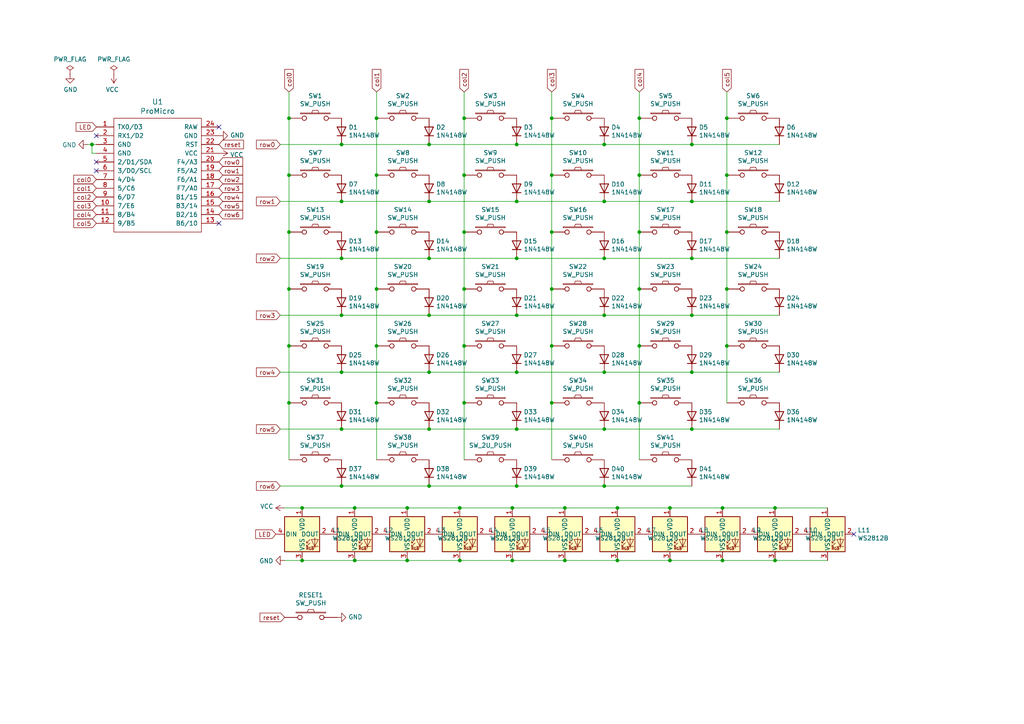
<source format=kicad_sch>
(kicad_sch (version 20211123) (generator eeschema)
  (paper "A4")
  (title_block (title "REVIUNG41") (date "2019-12-18") (rev "1.3"))
  (lib_symbols
    (symbol "Diode:1N4148W" (pin_numbers hide) (pin_names (offset 1.016) hide)
      (property "Reference" "D" (at 0 2.54 0))
      (property "Value" "1N4148W" (at 0 -2.54 0))
      (symbol "1N4148W_0_1"
        (polyline (pts (xy -1.27 1.27) (xy -1.27 -1.27)) (stroke (width 0.254)))
        (polyline (pts (xy 1.27 0) (xy -1.27 0)))
        (polyline (pts (xy 1.27 1.27) (xy 1.27 -1.27) (xy -1.27 0) (xy 1.27 1.27)) (stroke (width 0.254)))
      )
      (symbol "1N4148W_1_1"
        (pin passive line (at -3.81 0 0) (length 2.54) (name "K") (number "1"))
        (pin passive line (at 3.81 0 180) (length 2.54) (name "A") (number "2"))
      )
    )
    (symbol "LED:WS2812B" (pin_names (offset 0.254))
      (property "Reference" "D" (at 5.08 5.715 0))
      (property "Value" "WS2812B" (at 1.27 -5.715 0))
      (symbol "WS2812B_0_0"
        (text "RGB" (at 2.286 -4.191 0) (effects (font (size 0.762 0.762))))
      )
      (symbol "WS2812B_0_1"
        (polyline (pts (xy 1.27 -3.556) (xy 1.778 -3.556)))
        (polyline (pts (xy 1.27 -2.54) (xy 1.778 -2.54)))
        (polyline (pts (xy 4.699 -3.556) (xy 2.667 -3.556)))
        (polyline (pts (xy 2.286 -2.54) (xy 1.27 -3.556) (xy 1.27 -3.048)))
        (polyline (pts (xy 2.286 -1.524) (xy 1.27 -2.54) (xy 1.27 -2.032)))
        (polyline (pts (xy 3.683 -1.016) (xy 3.683 -3.556) (xy 3.683 -4.064)))
        (polyline (pts (xy 4.699 -1.524) (xy 2.667 -1.524) (xy 3.683 -3.556) (xy 4.699 -1.524)))
        (rectangle (start 5.08 5.08) (end -5.08 -5.08) (stroke (width 0.254)) (fill (type background)))
      )
      (symbol "WS2812B_1_1"
        (pin power_in line (at 0 7.62 270) (length 2.54) (name "VDD") (number "1"))
        (pin output line (at 7.62 0 180) (length 2.54) (name "DOUT") (number "2"))
        (pin power_in line (at 0 -7.62 90) (length 2.54) (name "VSS") (number "3"))
        (pin input line (at -7.62 0 0) (length 2.54) (name "DIN") (number "4"))
      )
    )
    (symbol "power:GND" (power) (pin_names (offset 0))
      (property "Value" "GND" (at 0 -3.81 0))
      (symbol "GND_0_1"
        (polyline (pts (xy 0 0) (xy 0 -1.27) (xy 1.27 -1.27) (xy 0 -2.54) (xy -1.27 -1.27) (xy 0 -1.27)))
      )
      (symbol "GND_1_1"
        (pin power_in line (at 0 0 270) (length 0) hide (name "GND") (number "1"))
      )
    )
    (symbol "power:PWR_FLAG" (power) (pin_numbers hide) (pin_names (offset 0) hide)
      (property "Value" "PWR_FLAG" (at 0 3.81 0))
      (symbol "PWR_FLAG_0_0"
        (pin power_out line (at 0 0 90) (length 0) (name "pwr") (number "1"))
      )
      (symbol "PWR_FLAG_0_1"
        (polyline (pts (xy 0 0) (xy 0 1.27) (xy -1.016 1.905) (xy 0 2.54) (xy 1.016 1.905) (xy 0 1.27)))
      )
    )
    (symbol "power:VCC" (power) (pin_names (offset 0))
      (property "Value" "VCC" (at 0 3.81 0))
      (symbol "VCC_0_1"
        (polyline (pts (xy -0.762 1.27) (xy 0 2.54)))
        (polyline (pts (xy 0 0) (xy 0 2.54)))
        (polyline (pts (xy 0 2.54) (xy 0.762 1.27)))
      )
      (symbol "VCC_1_1"
        (pin power_in line (at 0 0 90) (length 0) hide (name "VCC") (number "1"))
      )
    )
    (symbol "reviung41-rescue:ProMicro-_reviung-kbd" (pin_names (offset 1.016))
      (property "Reference" "U" (at 0 24.13 0))
      (property "Value" "ProMicro-_reviung-kbd" (at 0 -13.97 0))
      (symbol "ProMicro-_reviung-kbd_0_1"
        (rectangle (start -12.7 21.59) (end 12.7 -11.43))
      )
      (symbol "ProMicro-_reviung-kbd_1_1"
        (pin bidirectional line (at -17.78 19.05 0) (length 5.08) (name "TX0/D3") (number "1"))
        (pin bidirectional line (at -17.78 -3.81 0) (length 5.08) (name "7/E6") (number "10"))
        (pin bidirectional line (at -17.78 -6.35 0) (length 5.08) (name "8/B4") (number "11"))
        (pin bidirectional line (at -17.78 -8.89 0) (length 5.08) (name "9/B5") (number "12"))
        (pin bidirectional line (at 17.78 -8.89 180) (length 5.08) (name "B6/10") (number "13"))
        (pin bidirectional line (at 17.78 -6.35 180) (length 5.08) (name "B2/16") (number "14"))
        (pin bidirectional line (at 17.78 -3.81 180) (length 5.08) (name "B3/14") (number "15"))
        (pin bidirectional line (at 17.78 -1.27 180) (length 5.08) (name "B1/15") (number "16"))
        (pin bidirectional line (at 17.78 1.27 180) (length 5.08) (name "F7/A0") (number "17"))
        (pin bidirectional line (at 17.78 3.81 180) (length 5.08) (name "F6/A1") (number "18"))
        (pin bidirectional line (at 17.78 6.35 180) (length 5.08) (name "F5/A2") (number "19"))
        (pin bidirectional line (at -17.78 16.51 0) (length 5.08) (name "RX1/D2") (number "2"))
        (pin bidirectional line (at 17.78 8.89 180) (length 5.08) (name "F4/A3") (number "20"))
        (pin power_in line (at 17.78 11.43 180) (length 5.08) (name "VCC") (number "21"))
        (pin input line (at 17.78 13.97 180) (length 5.08) (name "RST") (number "22"))
        (pin power_in line (at 17.78 16.51 180) (length 5.08) (name "GND") (number "23"))
        (pin power_out line (at 17.78 19.05 180) (length 5.08) (name "RAW") (number "24"))
        (pin power_in line (at -17.78 13.97 0) (length 5.08) (name "GND") (number "3"))
        (pin power_in line (at -17.78 11.43 0) (length 5.08) (name "GND") (number "4"))
        (pin bidirectional line (at -17.78 8.89 0) (length 5.08) (name "2/D1/SDA") (number "5"))
        (pin bidirectional line (at -17.78 6.35 0) (length 5.08) (name "3/D0/SCL") (number "6"))
        (pin bidirectional line (at -17.78 3.81 0) (length 5.08) (name "4/D4") (number "7"))
        (pin bidirectional line (at -17.78 1.27 0) (length 5.08) (name "5/C6") (number "8"))
        (pin bidirectional line (at -17.78 -1.27 0) (length 5.08) (name "6/D7") (number "9"))
      )
    )
    (symbol "reviung41-rescue:SW_PUSH-_reviung-kbd" (pin_numbers hide) (pin_names (offset 1.016) hide)
      (property "Reference" "SW" (at 3.81 2.794 0))
      (property "Value" "SW_PUSH-_reviung-kbd" (at 0 -2.032 0))
      (symbol "SW_PUSH-_reviung-kbd_0_1"
        (rectangle (start -4.318 1.27) (end 4.318 1.524))
        (polyline (pts (xy -1.016 1.524) (xy -0.762 2.286) (xy 0.762 2.286) (xy 1.016 1.524)))
        (pin passive inverted (at -7.62 0 0) (length 5.08) (name "1") (number "1"))
        (pin passive inverted (at 7.62 0 180) (length 5.08) (name "2") (number "2"))
      )
    )
  )
  (junction (at 210.82 50.8))
  (junction (at 160.02 67.31))
  (junction (at 109.22 116.84))
  (junction (at 99.06 140.97))
  (junction (at 99.06 91.44))
  (junction (at 149.86 41.91))
  (junction (at 149.86 58.42))
  (junction (at 99.06 107.95))
  (junction (at 200.66 74.93))
  (junction (at 160.02 34.29))
  (junction (at 209.55 147.32))
  (junction (at 118.11 162.56))
  (junction (at 185.42 67.31))
  (junction (at 124.46 107.95))
  (junction (at 109.22 34.29))
  (junction (at 160.02 83.82))
  (junction (at 160.02 50.8))
  (junction (at 185.42 116.84))
  (junction (at 124.46 91.44))
  (junction (at 175.26 74.93))
  (junction (at 99.06 41.91))
  (junction (at 124.46 41.91))
  (junction (at 194.31 147.32))
  (junction (at 83.82 34.29))
  (junction (at 87.63 162.56))
  (junction (at 124.46 124.46))
  (junction (at 99.06 124.46))
  (junction (at 118.11 147.32))
  (junction (at 163.83 162.56))
  (junction (at 102.87 162.56))
  (junction (at 200.66 107.95))
  (junction (at 210.82 83.82))
  (junction (at 134.62 100.33))
  (junction (at 134.62 67.31))
  (junction (at 185.42 83.82))
  (junction (at 26.67 41.91))
  (junction (at 185.42 100.33))
  (junction (at 200.66 91.44))
  (junction (at 179.07 147.32))
  (junction (at 109.22 100.33))
  (junction (at 83.82 116.84))
  (junction (at 224.79 162.56))
  (junction (at 83.82 100.33))
  (junction (at 149.86 124.46))
  (junction (at 148.59 147.32))
  (junction (at 175.26 58.42))
  (junction (at 134.62 116.84))
  (junction (at 99.06 58.42))
  (junction (at 209.55 162.56))
  (junction (at 99.06 74.93))
  (junction (at 149.86 107.95))
  (junction (at 200.66 41.91))
  (junction (at 175.26 91.44))
  (junction (at 148.59 162.56))
  (junction (at 200.66 58.42))
  (junction (at 175.26 107.95))
  (junction (at 83.82 67.31))
  (junction (at 133.35 147.32))
  (junction (at 102.87 147.32))
  (junction (at 210.82 100.33))
  (junction (at 149.86 74.93))
  (junction (at 175.26 41.91))
  (junction (at 200.66 124.46))
  (junction (at 210.82 67.31))
  (junction (at 185.42 34.29))
  (junction (at 210.82 34.29))
  (junction (at 124.46 140.97))
  (junction (at 224.79 147.32))
  (junction (at 109.22 67.31))
  (junction (at 109.22 83.82))
  (junction (at 83.82 50.8))
  (junction (at 163.83 147.32))
  (junction (at 109.22 50.8))
  (junction (at 175.26 124.46))
  (junction (at 179.07 162.56))
  (junction (at 149.86 91.44))
  (junction (at 160.02 116.84))
  (junction (at 185.42 50.8))
  (junction (at 124.46 58.42))
  (junction (at 175.26 140.97))
  (junction (at 134.62 83.82))
  (junction (at 87.63 147.32))
  (junction (at 134.62 50.8))
  (junction (at 149.86 140.97))
  (junction (at 134.62 34.29))
  (junction (at 133.35 162.56))
  (junction (at 160.02 100.33))
  (junction (at 124.46 74.93))
  (junction (at 194.31 162.56))
  (junction (at 83.82 83.82))
  (no_connect (at 63.5 64.77))
  (no_connect (at 27.94 46.99))
  (no_connect (at 63.5 36.83))
  (no_connect (at 247.65 154.94))
  (no_connect (at 27.94 49.53))
  (no_connect (at 27.94 39.37))
  (wire (pts (xy 210.82 50.8) (xy 210.82 67.31)))
  (wire (pts (xy 109.22 50.8) (xy 109.22 67.31)))
  (wire (pts (xy 210.82 26.67) (xy 210.82 34.29)))
  (wire (pts (xy 102.87 147.32) (xy 118.11 147.32)))
  (wire (pts (xy 99.06 91.44) (xy 124.46 91.44)))
  (wire (pts (xy 134.62 67.31) (xy 134.62 83.82)))
  (wire (pts (xy 83.82 26.67) (xy 83.82 34.29)))
  (wire (pts (xy 185.42 100.33) (xy 185.42 116.84)))
  (wire (pts (xy 160.02 50.8) (xy 160.02 67.31)))
  (wire (pts (xy 83.82 34.29) (xy 83.82 50.8)))
  (wire (pts (xy 179.07 162.56) (xy 194.31 162.56)))
  (wire (pts (xy 200.66 91.44) (xy 226.06 91.44)))
  (wire (pts (xy 210.82 67.31) (xy 210.82 83.82)))
  (wire (pts (xy 83.82 83.82) (xy 83.82 100.33)))
  (wire (pts (xy 26.67 44.45) (xy 26.67 41.91)))
  (wire (pts (xy 175.26 74.93) (xy 200.66 74.93)))
  (wire (pts (xy 134.62 34.29) (xy 134.62 50.8)))
  (wire (pts (xy 82.55 162.56) (xy 87.63 162.56)))
  (wire (pts (xy 87.63 147.32) (xy 102.87 147.32)))
  (wire (pts (xy 163.83 147.32) (xy 179.07 147.32)))
  (wire (pts (xy 163.83 162.56) (xy 179.07 162.56)))
  (wire (pts (xy 124.46 124.46) (xy 149.86 124.46)))
  (wire (pts (xy 194.31 162.56) (xy 209.55 162.56)))
  (wire (pts (xy 109.22 67.31) (xy 109.22 83.82)))
  (wire (pts (xy 109.22 100.33) (xy 109.22 116.84)))
  (wire (pts (xy 118.11 162.56) (xy 133.35 162.56)))
  (wire (pts (xy 175.26 107.95) (xy 200.66 107.95)))
  (wire (pts (xy 99.06 58.42) (xy 124.46 58.42)))
  (wire (pts (xy 99.06 140.97) (xy 124.46 140.97)))
  (wire (pts (xy 102.87 162.56) (xy 87.63 162.56)))
  (wire (pts (xy 209.55 147.32) (xy 224.79 147.32)))
  (wire (pts (xy 179.07 147.32) (xy 194.31 147.32)))
  (wire (pts (xy 210.82 83.82) (xy 210.82 100.33)))
  (wire (pts (xy 99.06 41.91) (xy 124.46 41.91)))
  (wire (pts (xy 124.46 58.42) (xy 149.86 58.42)))
  (wire (pts (xy 160.02 34.29) (xy 160.02 50.8)))
  (wire (pts (xy 99.06 107.95) (xy 124.46 107.95)))
  (wire (pts (xy 224.79 162.56) (xy 240.03 162.56)))
  (wire (pts (xy 160.02 116.84) (xy 160.02 133.35)))
  (wire (pts (xy 185.42 26.67) (xy 185.42 34.29)))
  (wire (pts (xy 99.06 74.93) (xy 124.46 74.93)))
  (wire (pts (xy 26.67 41.91) (xy 25.4 41.91)))
  (wire (pts (xy 134.62 100.33) (xy 134.62 116.84)))
  (wire (pts (xy 134.62 50.8) (xy 134.62 67.31)))
  (wire (pts (xy 160.02 83.82) (xy 160.02 100.33)))
  (wire (pts (xy 118.11 147.32) (xy 133.35 147.32)))
  (wire (pts (xy 200.66 124.46) (xy 226.06 124.46)))
  (wire (pts (xy 83.82 67.31) (xy 83.82 83.82)))
  (wire (pts (xy 224.79 147.32) (xy 240.03 147.32)))
  (wire (pts (xy 175.26 91.44) (xy 200.66 91.44)))
  (wire (pts (xy 149.86 124.46) (xy 175.26 124.46)))
  (wire (pts (xy 149.86 107.95) (xy 175.26 107.95)))
  (wire (pts (xy 160.02 26.67) (xy 160.02 34.29)))
  (wire (pts (xy 185.42 116.84) (xy 185.42 133.35)))
  (wire (pts (xy 81.28 41.91) (xy 99.06 41.91)))
  (wire (pts (xy 99.06 124.46) (xy 124.46 124.46)))
  (wire (pts (xy 175.26 124.46) (xy 200.66 124.46)))
  (wire (pts (xy 27.94 44.45) (xy 26.67 44.45)))
  (wire (pts (xy 175.26 41.91) (xy 200.66 41.91)))
  (wire (pts (xy 81.28 107.95) (xy 99.06 107.95)))
  (wire (pts (xy 134.62 83.82) (xy 134.62 100.33)))
  (wire (pts (xy 185.42 67.31) (xy 185.42 83.82)))
  (wire (pts (xy 27.94 41.91) (xy 26.67 41.91)))
  (wire (pts (xy 81.28 58.42) (xy 99.06 58.42)))
  (wire (pts (xy 109.22 26.67) (xy 109.22 34.29)))
  (wire (pts (xy 82.55 147.32) (xy 87.63 147.32)))
  (wire (pts (xy 124.46 140.97) (xy 149.86 140.97)))
  (wire (pts (xy 134.62 26.67) (xy 134.62 34.29)))
  (wire (pts (xy 185.42 50.8) (xy 185.42 67.31)))
  (wire (pts (xy 81.28 91.44) (xy 99.06 91.44)))
  (wire (pts (xy 124.46 41.91) (xy 149.86 41.91)))
  (wire (pts (xy 83.82 50.8) (xy 83.82 67.31)))
  (wire (pts (xy 109.22 83.82) (xy 109.22 100.33)))
  (wire (pts (xy 102.87 162.56) (xy 118.11 162.56)))
  (wire (pts (xy 160.02 100.33) (xy 160.02 116.84)))
  (wire (pts (xy 149.86 74.93) (xy 175.26 74.93)))
  (wire (pts (xy 200.66 74.93) (xy 226.06 74.93)))
  (wire (pts (xy 81.28 124.46) (xy 99.06 124.46)))
  (wire (pts (xy 210.82 34.29) (xy 210.82 50.8)))
  (wire (pts (xy 200.66 41.91) (xy 226.06 41.91)))
  (wire (pts (xy 149.86 41.91) (xy 175.26 41.91)))
  (wire (pts (xy 81.28 140.97) (xy 99.06 140.97)))
  (wire (pts (xy 124.46 74.93) (xy 149.86 74.93)))
  (wire (pts (xy 81.28 74.93) (xy 99.06 74.93)))
  (wire (pts (xy 83.82 100.33) (xy 83.82 116.84)))
  (wire (pts (xy 175.26 140.97) (xy 200.66 140.97)))
  (wire (pts (xy 148.59 162.56) (xy 163.83 162.56)))
  (wire (pts (xy 124.46 91.44) (xy 149.86 91.44)))
  (wire (pts (xy 134.62 116.84) (xy 134.62 133.35)))
  (wire (pts (xy 148.59 147.32) (xy 163.83 147.32)))
  (wire (pts (xy 185.42 34.29) (xy 185.42 50.8)))
  (wire (pts (xy 133.35 162.56) (xy 148.59 162.56)))
  (wire (pts (xy 200.66 107.95) (xy 226.06 107.95)))
  (wire (pts (xy 149.86 91.44) (xy 175.26 91.44)))
  (wire (pts (xy 194.31 147.32) (xy 209.55 147.32)))
  (wire (pts (xy 83.82 116.84) (xy 83.82 133.35)))
  (wire (pts (xy 109.22 116.84) (xy 109.22 133.35)))
  (wire (pts (xy 210.82 116.84) (xy 210.82 100.33)))
  (wire (pts (xy 149.86 140.97) (xy 175.26 140.97)))
  (wire (pts (xy 209.55 162.56) (xy 224.79 162.56)))
  (wire (pts (xy 133.35 147.32) (xy 148.59 147.32)))
  (wire (pts (xy 149.86 58.42) (xy 175.26 58.42)))
  (wire (pts (xy 124.46 107.95) (xy 149.86 107.95)))
  (wire (pts (xy 109.22 34.29) (xy 109.22 50.8)))
  (wire (pts (xy 200.66 58.42) (xy 226.06 58.42)))
  (wire (pts (xy 160.02 67.31) (xy 160.02 83.82)))
  (wire (pts (xy 185.42 83.82) (xy 185.42 100.33)))
  (wire (pts (xy 175.26 58.42) (xy 200.66 58.42)))
  (global_label "col3" (shape input) (at 160.02 26.67 90) (property "Referenzen zwischen Schaltplänen" "${INTERSHEET_REFS}" (effects hide)))
  (global_label "LED" (shape input) (at 80.01 154.94 180) (property "Referenzen zwischen Schaltplänen" "${INTERSHEET_REFS}" (effects hide)))
  (global_label "row1" (shape input) (at 81.28 58.42 180) (property "Referenzen zwischen Schaltplänen" "${INTERSHEET_REFS}" (effects hide)))
  (global_label "col2" (shape input) (at 134.62 26.67 90) (property "Referenzen zwischen Schaltplänen" "${INTERSHEET_REFS}" (effects hide)))
  (global_label "row0" (shape input) (at 81.28 41.91 180) (property "Referenzen zwischen Schaltplänen" "${INTERSHEET_REFS}" (effects hide)))
  (global_label "col3" (shape input) (at 27.94 59.69 180) (property "Referenzen zwischen Schaltplänen" "${INTERSHEET_REFS}" (effects hide)))
  (global_label "row5" (shape input) (at 63.5 59.69 0) (property "Referenzen zwischen Schaltplänen" "${INTERSHEET_REFS}" (effects hide)))
  (global_label "col0" (shape input) (at 27.94 52.07 180) (property "Referenzen zwischen Schaltplänen" "${INTERSHEET_REFS}" (effects hide)))
  (global_label "row3" (shape input) (at 63.5 54.61 0) (property "Referenzen zwischen Schaltplänen" "${INTERSHEET_REFS}" (effects hide)))
  (global_label "col1" (shape input) (at 27.94 54.61 180) (property "Referenzen zwischen Schaltplänen" "${INTERSHEET_REFS}" (effects hide)))
  (global_label "col5" (shape input) (at 210.82 26.67 90) (property "Referenzen zwischen Schaltplänen" "${INTERSHEET_REFS}" (effects hide)))
  (global_label "col0" (shape input) (at 83.82 26.67 90) (property "Referenzen zwischen Schaltplänen" "${INTERSHEET_REFS}" (effects hide)))
  (global_label "row0" (shape input) (at 63.5 46.99 0) (property "Referenzen zwischen Schaltplänen" "${INTERSHEET_REFS}" (effects hide)))
  (global_label "row2" (shape input) (at 63.5 52.07 0) (property "Referenzen zwischen Schaltplänen" "${INTERSHEET_REFS}" (effects hide)))
  (global_label "row1" (shape input) (at 63.5 49.53 0) (property "Referenzen zwischen Schaltplänen" "${INTERSHEET_REFS}" (effects hide)))
  (global_label "reset" (shape input) (at 63.5 41.91 0) (property "Referenzen zwischen Schaltplänen" "${INTERSHEET_REFS}" (effects hide)))
  (global_label "reset" (shape input) (at 82.55 179.07 180) (property "Referenzen zwischen Schaltplänen" "${INTERSHEET_REFS}" (effects hide)))
  (global_label "row5" (shape input) (at 81.28 124.46 180) (property "Referenzen zwischen Schaltplänen" "${INTERSHEET_REFS}" (effects hide)))
  (global_label "col4" (shape input) (at 27.94 62.23 180) (property "Referenzen zwischen Schaltplänen" "${INTERSHEET_REFS}" (effects hide)))
  (global_label "row6" (shape input) (at 81.28 140.97 180) (property "Referenzen zwischen Schaltplänen" "${INTERSHEET_REFS}" (effects hide)))
  (global_label "row6" (shape input) (at 63.5 62.23 0) (property "Referenzen zwischen Schaltplänen" "${INTERSHEET_REFS}" (effects hide)))
  (global_label "row2" (shape input) (at 81.28 74.93 180) (property "Referenzen zwischen Schaltplänen" "${INTERSHEET_REFS}" (effects hide)))
  (global_label "col4" (shape input) (at 185.42 26.67 90) (property "Referenzen zwischen Schaltplänen" "${INTERSHEET_REFS}" (effects hide)))
  (global_label "row3" (shape input) (at 81.28 91.44 180) (property "Referenzen zwischen Schaltplänen" "${INTERSHEET_REFS}" (effects hide)))
  (global_label "row4" (shape input) (at 63.5 57.15 0) (property "Referenzen zwischen Schaltplänen" "${INTERSHEET_REFS}" (effects hide)))
  (global_label "col2" (shape input) (at 27.94 57.15 180) (property "Referenzen zwischen Schaltplänen" "${INTERSHEET_REFS}" (effects hide)))
  (global_label "LED" (shape input) (at 27.94 36.83 180) (property "Referenzen zwischen Schaltplänen" "${INTERSHEET_REFS}" (effects hide)))
  (global_label "row4" (shape input) (at 81.28 107.95 180) (property "Referenzen zwischen Schaltplänen" "${INTERSHEET_REFS}" (effects hide)))
  (global_label "col1" (shape input) (at 109.22 26.67 90) (property "Referenzen zwischen Schaltplänen" "${INTERSHEET_REFS}" (effects hide)))
  (global_label "col5" (shape input) (at 27.94 64.77 180) (property "Referenzen zwischen Schaltplänen" "${INTERSHEET_REFS}" (effects hide)))
  (symbol (lib_id "power:PWR_FLAG") (at 20.32 21.59 0) (unit 1)
    (property "Reference" "#FLG01" (effects hide))
    (property "Value" "PWR_FLAG" (at 20.32 17.1958 0))
  )
  (symbol (lib_id "power:GND") (at 20.32 21.59 0) (unit 1)
    (property "Reference" "#PWR01" (effects hide))
    (property "Value" "GND" (at 20.447 25.9842 0))
  )
  (symbol (lib_id "power:PWR_FLAG") (at 33.02 21.59 0) (unit 1)
    (property "Reference" "#FLG02" (effects hide))
    (property "Value" "PWR_FLAG" (at 33.02 17.1958 0))
  )
  (symbol (lib_id "power:VCC") (at 33.02 21.59 180) (unit 1)
    (property "Reference" "#PWR02" (effects hide))
    (property "Value" "VCC" (at 32.5628 25.9842 0))
  )
  (symbol (lib_id "reviung41-rescue:ProMicro-_reviung-kbd") (at 45.72 55.88 0) (unit 1)
    (property "Reference" "U1" (at 45.72 29.5402 0) (effects (font (size 1.524 1.524))))
    (property "Value" "ProMicro" (at 45.72 32.2326 0) (effects (font (size 1.524 1.524))))
    (property "Footprint" "_reviung-kbd:ProMicro" (effects hide))
  )
  (symbol (lib_id "power:GND") (at 63.5 39.37 90) (unit 1)
    (property "Reference" "#PWR03" (effects hide))
    (property "Value" "GND" (at 66.7512 39.243 90) (effects (justify right)))
  )
  (symbol (lib_id "power:VCC") (at 63.5 44.45 270) (unit 1)
    (property "Reference" "#PWR05" (effects hide))
    (property "Value" "VCC" (at 66.7512 44.8818 90) (effects (justify left)))
  )
  (symbol (lib_id "power:GND") (at 25.4 41.91 270) (unit 1)
    (property "Reference" "#PWR04" (effects hide))
    (property "Value" "GND" (at 22.1488 42.037 90) (effects (justify right)))
  )
  (symbol (lib_id "reviung41-rescue:SW_PUSH-_reviung-kbd") (at 91.44 34.29 0) (unit 1)
    (property "Reference" "SW1" (at 91.44 27.813 0))
    (property "Value" "SW_PUSH" (at 91.44 30.1244 0))
    (property "Footprint" "myfootprints:MXOnly-1U-Hotswap" (effects hide))
  )
  (symbol (lib_id "Diode:1N4148W") (at 99.06 38.1 90) (unit 1)
    (property "Reference" "D1" (at 101.092 36.9316 90) (effects (justify right)))
    (property "Value" "1N4148W" (at 101.092 39.243 90) (effects (justify right)))
    (property "Footprint" "_reviung-kbd:D3_SMD_1side" (effects hide))
    (property "Datasheet" "https://www.vishay.com/docs/85748/1n4148w.pdf" (effects hide))
  )
  (symbol (lib_id "reviung41-rescue:SW_PUSH-_reviung-kbd") (at 116.84 34.29 0) (unit 1)
    (property "Reference" "SW2" (at 116.84 27.813 0))
    (property "Value" "SW_PUSH" (at 116.84 30.1244 0))
    (property "Footprint" "myfootprints:MXOnly-1U-Hotswap" (effects hide))
  )
  (symbol (lib_id "Diode:1N4148W") (at 124.46 38.1 90) (unit 1)
    (property "Reference" "D2" (at 126.492 36.9316 90) (effects (justify right)))
    (property "Value" "1N4148W" (at 126.492 39.243 90) (effects (justify right)))
    (property "Footprint" "_reviung-kbd:D3_SMD_1side" (effects hide))
    (property "Datasheet" "https://www.vishay.com/docs/85748/1n4148w.pdf" (effects hide))
  )
  (symbol (lib_id "reviung41-rescue:SW_PUSH-_reviung-kbd") (at 142.24 34.29 0) (unit 1)
    (property "Reference" "SW3" (at 142.24 27.813 0))
    (property "Value" "SW_PUSH" (at 142.24 30.1244 0))
    (property "Footprint" "myfootprints:MXOnly-1U-Hotswap" (effects hide))
  )
  (symbol (lib_id "Diode:1N4148W") (at 149.86 38.1 90) (unit 1)
    (property "Reference" "D3" (at 151.892 36.9316 90) (effects (justify right)))
    (property "Value" "1N4148W" (at 151.892 39.243 90) (effects (justify right)))
    (property "Footprint" "_reviung-kbd:D3_SMD_1side" (effects hide))
    (property "Datasheet" "https://www.vishay.com/docs/85748/1n4148w.pdf" (effects hide))
  )
  (symbol (lib_id "reviung41-rescue:SW_PUSH-_reviung-kbd") (at 167.64 34.29 0) (unit 1)
    (property "Reference" "SW4" (at 167.64 27.813 0))
    (property "Value" "SW_PUSH" (at 167.64 30.1244 0))
    (property "Footprint" "myfootprints:MXOnly-1U-Hotswap" (effects hide))
  )
  (symbol (lib_id "Diode:1N4148W") (at 175.26 38.1 90) (unit 1)
    (property "Reference" "D4" (at 177.292 36.9316 90) (effects (justify right)))
    (property "Value" "1N4148W" (at 177.292 39.243 90) (effects (justify right)))
    (property "Footprint" "_reviung-kbd:D3_SMD_1side" (effects hide))
    (property "Datasheet" "https://www.vishay.com/docs/85748/1n4148w.pdf" (effects hide))
  )
  (symbol (lib_id "reviung41-rescue:SW_PUSH-_reviung-kbd") (at 193.04 34.29 0) (unit 1)
    (property "Reference" "SW5" (at 193.04 27.813 0))
    (property "Value" "SW_PUSH" (at 193.04 30.1244 0))
    (property "Footprint" "myfootprints:MXOnly-1U-Hotswap" (effects hide))
  )
  (symbol (lib_id "Diode:1N4148W") (at 200.66 38.1 90) (unit 1)
    (property "Reference" "D5" (at 202.692 36.9316 90) (effects (justify right)))
    (property "Value" "1N4148W" (at 202.692 39.243 90) (effects (justify right)))
    (property "Footprint" "_reviung-kbd:D3_SMD_1side" (effects hide))
    (property "Datasheet" "https://www.vishay.com/docs/85748/1n4148w.pdf" (effects hide))
  )
  (symbol (lib_id "reviung41-rescue:SW_PUSH-_reviung-kbd") (at 218.44 34.29 0) (unit 1)
    (property "Reference" "SW6" (at 218.44 27.813 0))
    (property "Value" "SW_PUSH" (at 218.44 30.1244 0))
    (property "Footprint" "myfootprints:MXOnly-1U-Hotswap" (effects hide))
  )
  (symbol (lib_id "Diode:1N4148W") (at 226.06 38.1 90) (unit 1)
    (property "Reference" "D6" (at 228.092 36.9316 90) (effects (justify right)))
    (property "Value" "1N4148W" (at 228.092 39.243 90) (effects (justify right)))
    (property "Footprint" "_reviung-kbd:D3_SMD_1side" (effects hide))
    (property "Datasheet" "https://www.vishay.com/docs/85748/1n4148w.pdf" (effects hide))
  )
  (symbol (lib_id "Diode:1N4148W") (at 175.26 54.61 90) (unit 1)
    (property "Reference" "D10" (at 177.292 53.4416 90) (effects (justify right)))
    (property "Value" "1N4148W" (at 177.292 55.753 90) (effects (justify right)))
    (property "Footprint" "_reviung-kbd:D3_SMD_1side" (effects hide))
    (property "Datasheet" "https://www.vishay.com/docs/85748/1n4148w.pdf" (effects hide))
  )
  (symbol (lib_id "reviung41-rescue:SW_PUSH-_reviung-kbd") (at 167.64 50.8 0) (unit 1)
    (property "Reference" "SW10" (at 167.64 44.323 0))
    (property "Value" "SW_PUSH" (at 167.64 46.6344 0))
    (property "Footprint" "myfootprints:MXOnly-1U-Hotswap" (effects hide))
  )
  (symbol (lib_id "Diode:1N4148W") (at 149.86 54.61 90) (unit 1)
    (property "Reference" "D9" (at 151.892 53.4416 90) (effects (justify right)))
    (property "Value" "1N4148W" (at 151.892 55.753 90) (effects (justify right)))
    (property "Footprint" "_reviung-kbd:D3_SMD_1side" (effects hide))
    (property "Datasheet" "https://www.vishay.com/docs/85748/1n4148w.pdf" (effects hide))
  )
  (symbol (lib_id "reviung41-rescue:SW_PUSH-_reviung-kbd") (at 142.24 50.8 0) (unit 1)
    (property "Reference" "SW9" (at 142.24 44.323 0))
    (property "Value" "SW_PUSH" (at 142.24 46.6344 0))
    (property "Footprint" "myfootprints:MXOnly-1U-Hotswap" (effects hide))
  )
  (symbol (lib_id "Diode:1N4148W") (at 124.46 54.61 90) (unit 1)
    (property "Reference" "D8" (at 126.492 53.4416 90) (effects (justify right)))
    (property "Value" "1N4148W" (at 126.492 55.753 90) (effects (justify right)))
    (property "Footprint" "_reviung-kbd:D3_SMD_1side" (effects hide))
    (property "Datasheet" "https://www.vishay.com/docs/85748/1n4148w.pdf" (effects hide))
  )
  (symbol (lib_id "reviung41-rescue:SW_PUSH-_reviung-kbd") (at 116.84 50.8 0) (unit 1)
    (property "Reference" "SW8" (at 116.84 44.323 0))
    (property "Value" "SW_PUSH" (at 116.84 46.6344 0))
    (property "Footprint" "myfootprints:MXOnly-1U-Hotswap" (effects hide))
  )
  (symbol (lib_id "Diode:1N4148W") (at 99.06 54.61 90) (unit 1)
    (property "Reference" "D7" (at 101.092 53.4416 90) (effects (justify right)))
    (property "Value" "1N4148W" (at 101.092 55.753 90) (effects (justify right)))
    (property "Footprint" "_reviung-kbd:D3_SMD_1side" (effects hide))
    (property "Datasheet" "https://www.vishay.com/docs/85748/1n4148w.pdf" (effects hide))
  )
  (symbol (lib_id "reviung41-rescue:SW_PUSH-_reviung-kbd") (at 91.44 50.8 0) (unit 1)
    (property "Reference" "SW7" (at 91.44 44.323 0))
    (property "Value" "SW_PUSH" (at 91.44 46.6344 0))
    (property "Footprint" "myfootprints:MXOnly-1U-Hotswap" (effects hide))
  )
  (symbol (lib_id "reviung41-rescue:SW_PUSH-_reviung-kbd") (at 193.04 50.8 0) (unit 1)
    (property "Reference" "SW11" (at 193.04 44.323 0))
    (property "Value" "SW_PUSH" (at 193.04 46.6344 0))
    (property "Footprint" "myfootprints:MXOnly-1U-Hotswap" (effects hide))
  )
  (symbol (lib_id "Diode:1N4148W") (at 200.66 54.61 90) (unit 1)
    (property "Reference" "D11" (at 202.692 53.4416 90) (effects (justify right)))
    (property "Value" "1N4148W" (at 202.692 55.753 90) (effects (justify right)))
    (property "Footprint" "_reviung-kbd:D3_SMD_1side" (effects hide))
    (property "Datasheet" "https://www.vishay.com/docs/85748/1n4148w.pdf" (effects hide))
  )
  (symbol (lib_id "reviung41-rescue:SW_PUSH-_reviung-kbd") (at 218.44 50.8 0) (unit 1)
    (property "Reference" "SW12" (at 218.44 44.323 0))
    (property "Value" "SW_PUSH" (at 218.44 46.6344 0))
    (property "Footprint" "myfootprints:MXOnly-1U-Hotswap" (effects hide))
  )
  (symbol (lib_id "Diode:1N4148W") (at 226.06 54.61 90) (unit 1)
    (property "Reference" "D12" (at 228.092 53.4416 90) (effects (justify right)))
    (property "Value" "1N4148W" (at 228.092 55.753 90) (effects (justify right)))
    (property "Footprint" "_reviung-kbd:D3_SMD_1side" (effects hide))
    (property "Datasheet" "https://www.vishay.com/docs/85748/1n4148w.pdf" (effects hide))
  )
  (symbol (lib_id "Diode:1N4148W") (at 175.26 71.12 90) (unit 1)
    (property "Reference" "D16" (at 177.292 69.9516 90) (effects (justify right)))
    (property "Value" "1N4148W" (at 177.292 72.263 90) (effects (justify right)))
    (property "Footprint" "_reviung-kbd:D3_SMD_1side" (effects hide))
    (property "Datasheet" "https://www.vishay.com/docs/85748/1n4148w.pdf" (effects hide))
  )
  (symbol (lib_id "reviung41-rescue:SW_PUSH-_reviung-kbd") (at 167.64 67.31 0) (unit 1)
    (property "Reference" "SW16" (at 167.64 60.833 0))
    (property "Value" "SW_PUSH" (at 167.64 63.1444 0))
    (property "Footprint" "myfootprints:MXOnly-1U-Hotswap" (effects hide))
  )
  (symbol (lib_id "Diode:1N4148W") (at 149.86 71.12 90) (unit 1)
    (property "Reference" "D15" (at 151.892 69.9516 90) (effects (justify right)))
    (property "Value" "1N4148W" (at 151.892 72.263 90) (effects (justify right)))
    (property "Footprint" "_reviung-kbd:D3_SMD_1side" (effects hide))
    (property "Datasheet" "https://www.vishay.com/docs/85748/1n4148w.pdf" (effects hide))
  )
  (symbol (lib_id "reviung41-rescue:SW_PUSH-_reviung-kbd") (at 142.24 67.31 0) (unit 1)
    (property "Reference" "SW15" (at 142.24 60.833 0))
    (property "Value" "SW_PUSH" (at 142.24 63.1444 0))
    (property "Footprint" "myfootprints:MXOnly-1U-Hotswap" (effects hide))
  )
  (symbol (lib_id "Diode:1N4148W") (at 124.46 71.12 90) (unit 1)
    (property "Reference" "D14" (at 126.492 69.9516 90) (effects (justify right)))
    (property "Value" "1N4148W" (at 126.492 72.263 90) (effects (justify right)))
    (property "Footprint" "_reviung-kbd:D3_SMD_1side" (effects hide))
    (property "Datasheet" "https://www.vishay.com/docs/85748/1n4148w.pdf" (effects hide))
  )
  (symbol (lib_id "reviung41-rescue:SW_PUSH-_reviung-kbd") (at 116.84 67.31 0) (unit 1)
    (property "Reference" "SW14" (at 116.84 60.833 0))
    (property "Value" "SW_PUSH" (at 116.84 63.1444 0))
    (property "Footprint" "myfootprints:MXOnly-1U-Hotswap" (effects hide))
  )
  (symbol (lib_id "Diode:1N4148W") (at 99.06 71.12 90) (unit 1)
    (property "Reference" "D13" (at 101.092 69.9516 90) (effects (justify right)))
    (property "Value" "1N4148W" (at 101.092 72.263 90) (effects (justify right)))
    (property "Footprint" "_reviung-kbd:D3_SMD_1side" (effects hide))
    (property "Datasheet" "https://www.vishay.com/docs/85748/1n4148w.pdf" (effects hide))
  )
  (symbol (lib_id "reviung41-rescue:SW_PUSH-_reviung-kbd") (at 91.44 67.31 0) (unit 1)
    (property "Reference" "SW13" (at 91.44 60.833 0))
    (property "Value" "SW_PUSH" (at 91.44 63.1444 0))
    (property "Footprint" "myfootprints:MXOnly-1U-Hotswap" (effects hide))
  )
  (symbol (lib_id "reviung41-rescue:SW_PUSH-_reviung-kbd") (at 193.04 67.31 0) (unit 1)
    (property "Reference" "SW17" (at 193.04 60.833 0))
    (property "Value" "SW_PUSH" (at 193.04 63.1444 0))
    (property "Footprint" "myfootprints:MXOnly-1U-Hotswap" (effects hide))
  )
  (symbol (lib_id "Diode:1N4148W") (at 200.66 71.12 90) (unit 1)
    (property "Reference" "D17" (at 202.692 69.9516 90) (effects (justify right)))
    (property "Value" "1N4148W" (at 202.692 72.263 90) (effects (justify right)))
    (property "Footprint" "_reviung-kbd:D3_SMD_1side" (effects hide))
    (property "Datasheet" "https://www.vishay.com/docs/85748/1n4148w.pdf" (effects hide))
  )
  (symbol (lib_id "reviung41-rescue:SW_PUSH-_reviung-kbd") (at 218.44 67.31 0) (unit 1)
    (property "Reference" "SW18" (at 218.44 60.833 0))
    (property "Value" "SW_PUSH" (at 218.44 63.1444 0))
    (property "Footprint" "myfootprints:MXOnly-1U-Hotswap" (effects hide))
  )
  (symbol (lib_id "Diode:1N4148W") (at 226.06 71.12 90) (unit 1)
    (property "Reference" "D18" (at 228.092 69.9516 90) (effects (justify right)))
    (property "Value" "1N4148W" (at 228.092 72.263 90) (effects (justify right)))
    (property "Footprint" "_reviung-kbd:D3_SMD_1side" (effects hide))
    (property "Datasheet" "https://www.vishay.com/docs/85748/1n4148w.pdf" (effects hide))
  )
  (symbol (lib_id "Diode:1N4148W") (at 175.26 87.63 90) (unit 1)
    (property "Reference" "D22" (at 177.292 86.4616 90) (effects (justify right)))
    (property "Value" "1N4148W" (at 177.292 88.773 90) (effects (justify right)))
    (property "Footprint" "_reviung-kbd:D3_SMD_1side" (effects hide))
    (property "Datasheet" "https://www.vishay.com/docs/85748/1n4148w.pdf" (effects hide))
  )
  (symbol (lib_id "reviung41-rescue:SW_PUSH-_reviung-kbd") (at 167.64 83.82 0) (unit 1)
    (property "Reference" "SW22" (at 167.64 77.343 0))
    (property "Value" "SW_PUSH" (at 167.64 79.6544 0))
    (property "Footprint" "myfootprints:MXOnly-1U-Hotswap" (effects hide))
  )
  (symbol (lib_id "Diode:1N4148W") (at 149.86 87.63 90) (unit 1)
    (property "Reference" "D21" (at 151.892 86.4616 90) (effects (justify right)))
    (property "Value" "1N4148W" (at 151.892 88.773 90) (effects (justify right)))
    (property "Footprint" "_reviung-kbd:D3_SMD_1side" (effects hide))
    (property "Datasheet" "https://www.vishay.com/docs/85748/1n4148w.pdf" (effects hide))
  )
  (symbol (lib_id "reviung41-rescue:SW_PUSH-_reviung-kbd") (at 142.24 83.82 0) (unit 1)
    (property "Reference" "SW21" (at 142.24 77.343 0))
    (property "Value" "SW_PUSH" (at 142.24 79.6544 0))
    (property "Footprint" "myfootprints:MXOnly-1U-Hotswap" (effects hide))
  )
  (symbol (lib_id "Diode:1N4148W") (at 124.46 87.63 90) (unit 1)
    (property "Reference" "D20" (at 126.492 86.4616 90) (effects (justify right)))
    (property "Value" "1N4148W" (at 126.492 88.773 90) (effects (justify right)))
    (property "Footprint" "_reviung-kbd:D3_SMD_1side" (effects hide))
    (property "Datasheet" "https://www.vishay.com/docs/85748/1n4148w.pdf" (effects hide))
  )
  (symbol (lib_id "reviung41-rescue:SW_PUSH-_reviung-kbd") (at 116.84 83.82 0) (unit 1)
    (property "Reference" "SW20" (at 116.84 77.343 0))
    (property "Value" "SW_PUSH" (at 116.84 79.6544 0))
    (property "Footprint" "myfootprints:MXOnly-1U-Hotswap" (effects hide))
  )
  (symbol (lib_id "Diode:1N4148W") (at 99.06 87.63 90) (unit 1)
    (property "Reference" "D19" (at 101.092 86.4616 90) (effects (justify right)))
    (property "Value" "1N4148W" (at 101.092 88.773 90) (effects (justify right)))
    (property "Footprint" "_reviung-kbd:D3_SMD_1side" (effects hide))
    (property "Datasheet" "https://www.vishay.com/docs/85748/1n4148w.pdf" (effects hide))
  )
  (symbol (lib_id "reviung41-rescue:SW_PUSH-_reviung-kbd") (at 91.44 83.82 0) (unit 1)
    (property "Reference" "SW19" (at 91.44 77.343 0))
    (property "Value" "SW_PUSH" (at 91.44 79.6544 0))
    (property "Footprint" "myfootprints:MXOnly-1U-Hotswap" (effects hide))
  )
  (symbol (lib_id "reviung41-rescue:SW_PUSH-_reviung-kbd") (at 193.04 83.82 0) (unit 1)
    (property "Reference" "SW23" (at 193.04 77.343 0))
    (property "Value" "SW_PUSH" (at 193.04 79.6544 0))
    (property "Footprint" "myfootprints:MXOnly-1U-Hotswap" (effects hide))
  )
  (symbol (lib_id "Diode:1N4148W") (at 200.66 87.63 90) (unit 1)
    (property "Reference" "D23" (at 202.692 86.4616 90) (effects (justify right)))
    (property "Value" "1N4148W" (at 202.692 88.773 90) (effects (justify right)))
    (property "Footprint" "_reviung-kbd:D3_SMD_1side" (effects hide))
    (property "Datasheet" "https://www.vishay.com/docs/85748/1n4148w.pdf" (effects hide))
  )
  (symbol (lib_id "reviung41-rescue:SW_PUSH-_reviung-kbd") (at 218.44 83.82 0) (unit 1)
    (property "Reference" "SW24" (at 218.44 77.343 0))
    (property "Value" "SW_PUSH" (at 218.44 79.6544 0))
    (property "Footprint" "myfootprints:MXOnly-1U-Hotswap" (effects hide))
  )
  (symbol (lib_id "Diode:1N4148W") (at 226.06 87.63 90) (unit 1)
    (property "Reference" "D24" (at 228.092 86.4616 90) (effects (justify right)))
    (property "Value" "1N4148W" (at 228.092 88.773 90) (effects (justify right)))
    (property "Footprint" "_reviung-kbd:D3_SMD_1side" (effects hide))
    (property "Datasheet" "https://www.vishay.com/docs/85748/1n4148w.pdf" (effects hide))
  )
  (symbol (lib_id "Diode:1N4148W") (at 175.26 104.14 90) (unit 1)
    (property "Reference" "D28" (at 177.292 102.9716 90) (effects (justify right)))
    (property "Value" "1N4148W" (at 177.292 105.283 90) (effects (justify right)))
    (property "Footprint" "_reviung-kbd:D3_SMD_1side" (effects hide))
    (property "Datasheet" "https://www.vishay.com/docs/85748/1n4148w.pdf" (effects hide))
  )
  (symbol (lib_id "reviung41-rescue:SW_PUSH-_reviung-kbd") (at 167.64 100.33 0) (unit 1)
    (property "Reference" "SW28" (at 167.64 93.853 0))
    (property "Value" "SW_PUSH" (at 167.64 96.1644 0))
    (property "Footprint" "myfootprints:MXOnly-1U-Hotswap" (effects hide))
  )
  (symbol (lib_id "Diode:1N4148W") (at 149.86 104.14 90) (unit 1)
    (property "Reference" "D27" (at 151.892 102.9716 90) (effects (justify right)))
    (property "Value" "1N4148W" (at 151.892 105.283 90) (effects (justify right)))
    (property "Footprint" "_reviung-kbd:D3_SMD_1side" (effects hide))
    (property "Datasheet" "https://www.vishay.com/docs/85748/1n4148w.pdf" (effects hide))
  )
  (symbol (lib_id "reviung41-rescue:SW_PUSH-_reviung-kbd") (at 142.24 100.33 0) (unit 1)
    (property "Reference" "SW27" (at 142.24 93.853 0))
    (property "Value" "SW_PUSH" (at 142.24 96.1644 0))
    (property "Footprint" "myfootprints:MXOnly-1U-Hotswap" (effects hide))
  )
  (symbol (lib_id "Diode:1N4148W") (at 124.46 104.14 90) (unit 1)
    (property "Reference" "D26" (at 126.492 102.9716 90) (effects (justify right)))
    (property "Value" "1N4148W" (at 126.492 105.283 90) (effects (justify right)))
    (property "Footprint" "_reviung-kbd:D3_SMD_1side" (effects hide))
    (property "Datasheet" "https://www.vishay.com/docs/85748/1n4148w.pdf" (effects hide))
  )
  (symbol (lib_id "reviung41-rescue:SW_PUSH-_reviung-kbd") (at 116.84 100.33 0) (unit 1)
    (property "Reference" "SW26" (at 116.84 93.853 0))
    (property "Value" "SW_PUSH" (at 116.84 96.1644 0))
    (property "Footprint" "myfootprints:MXOnly-1U-Hotswap" (effects hide))
  )
  (symbol (lib_id "Diode:1N4148W") (at 99.06 104.14 90) (unit 1)
    (property "Reference" "D25" (at 101.092 102.9716 90) (effects (justify right)))
    (property "Value" "1N4148W" (at 101.092 105.283 90) (effects (justify right)))
    (property "Footprint" "_reviung-kbd:D3_SMD_1side" (effects hide))
    (property "Datasheet" "https://www.vishay.com/docs/85748/1n4148w.pdf" (effects hide))
  )
  (symbol (lib_id "reviung41-rescue:SW_PUSH-_reviung-kbd") (at 91.44 100.33 0) (unit 1)
    (property "Reference" "SW25" (at 91.44 93.853 0))
    (property "Value" "SW_PUSH" (at 91.44 96.1644 0))
    (property "Footprint" "myfootprints:MXOnly-1U-Hotswap" (effects hide))
  )
  (symbol (lib_id "reviung41-rescue:SW_PUSH-_reviung-kbd") (at 193.04 100.33 0) (unit 1)
    (property "Reference" "SW29" (at 193.04 93.853 0))
    (property "Value" "SW_PUSH" (at 193.04 96.1644 0))
    (property "Footprint" "myfootprints:MXOnly-1U-Hotswap" (effects hide))
  )
  (symbol (lib_id "Diode:1N4148W") (at 200.66 104.14 90) (unit 1)
    (property "Reference" "D29" (at 202.692 102.9716 90) (effects (justify right)))
    (property "Value" "1N4148W" (at 202.692 105.283 90) (effects (justify right)))
    (property "Footprint" "_reviung-kbd:D3_SMD_1side" (effects hide))
    (property "Datasheet" "https://www.vishay.com/docs/85748/1n4148w.pdf" (effects hide))
  )
  (symbol (lib_id "reviung41-rescue:SW_PUSH-_reviung-kbd") (at 218.44 100.33 0) (unit 1)
    (property "Reference" "SW30" (at 218.44 93.853 0))
    (property "Value" "SW_PUSH" (at 218.44 96.1644 0))
    (property "Footprint" "myfootprints:MXOnly-1U-Hotswap" (effects hide))
  )
  (symbol (lib_id "Diode:1N4148W") (at 226.06 104.14 90) (unit 1)
    (property "Reference" "D30" (at 228.092 102.9716 90) (effects (justify right)))
    (property "Value" "1N4148W" (at 228.092 105.283 90) (effects (justify right)))
    (property "Footprint" "_reviung-kbd:D3_SMD_1side" (effects hide))
    (property "Datasheet" "https://www.vishay.com/docs/85748/1n4148w.pdf" (effects hide))
  )
  (symbol (lib_id "Diode:1N4148W") (at 175.26 120.65 90) (unit 1)
    (property "Reference" "D34" (at 177.292 119.4816 90) (effects (justify right)))
    (property "Value" "1N4148W" (at 177.292 121.793 90) (effects (justify right)))
    (property "Footprint" "_reviung-kbd:D3_SMD_1side" (effects hide))
    (property "Datasheet" "https://www.vishay.com/docs/85748/1n4148w.pdf" (effects hide))
  )
  (symbol (lib_id "reviung41-rescue:SW_PUSH-_reviung-kbd") (at 167.64 116.84 0) (unit 1)
    (property "Reference" "SW34" (at 167.64 110.363 0))
    (property "Value" "SW_PUSH" (at 167.64 112.6744 0))
    (property "Footprint" "myfootprints:MXOnly-1U-Hotswap" (effects hide))
  )
  (symbol (lib_id "Diode:1N4148W") (at 149.86 120.65 90) (unit 1)
    (property "Reference" "D33" (at 151.892 119.4816 90) (effects (justify right)))
    (property "Value" "1N4148W" (at 151.892 121.793 90) (effects (justify right)))
    (property "Footprint" "_reviung-kbd:D3_SMD_1side" (effects hide))
    (property "Datasheet" "https://www.vishay.com/docs/85748/1n4148w.pdf" (effects hide))
  )
  (symbol (lib_id "reviung41-rescue:SW_PUSH-_reviung-kbd") (at 142.24 116.84 0) (unit 1)
    (property "Reference" "SW33" (at 142.24 110.363 0))
    (property "Value" "SW_PUSH" (at 142.24 112.6744 0))
    (property "Footprint" "myfootprints:MXOnly-1U-Hotswap" (effects hide))
  )
  (symbol (lib_id "Diode:1N4148W") (at 124.46 120.65 90) (unit 1)
    (property "Reference" "D32" (at 126.492 119.4816 90) (effects (justify right)))
    (property "Value" "1N4148W" (at 126.492 121.793 90) (effects (justify right)))
    (property "Footprint" "_reviung-kbd:D3_SMD_1side" (effects hide))
    (property "Datasheet" "https://www.vishay.com/docs/85748/1n4148w.pdf" (effects hide))
  )
  (symbol (lib_id "reviung41-rescue:SW_PUSH-_reviung-kbd") (at 116.84 116.84 0) (unit 1)
    (property "Reference" "SW32" (at 116.84 110.363 0))
    (property "Value" "SW_PUSH" (at 116.84 112.6744 0))
    (property "Footprint" "myfootprints:MXOnly-1U-Hotswap" (effects hide))
  )
  (symbol (lib_id "Diode:1N4148W") (at 99.06 120.65 90) (unit 1)
    (property "Reference" "D31" (at 101.092 119.4816 90) (effects (justify right)))
    (property "Value" "1N4148W" (at 101.092 121.793 90) (effects (justify right)))
    (property "Footprint" "_reviung-kbd:D3_SMD_1side" (effects hide))
    (property "Datasheet" "https://www.vishay.com/docs/85748/1n4148w.pdf" (effects hide))
  )
  (symbol (lib_id "reviung41-rescue:SW_PUSH-_reviung-kbd") (at 91.44 116.84 0) (unit 1)
    (property "Reference" "SW31" (at 91.44 110.363 0))
    (property "Value" "SW_PUSH" (at 91.44 112.6744 0))
    (property "Footprint" "myfootprints:MXOnly-1U-Hotswap" (effects hide))
  )
  (symbol (lib_id "reviung41-rescue:SW_PUSH-_reviung-kbd") (at 193.04 116.84 0) (unit 1)
    (property "Reference" "SW35" (at 193.04 110.363 0))
    (property "Value" "SW_PUSH" (at 193.04 112.6744 0))
    (property "Footprint" "myfootprints:MXOnly-1U-Hotswap" (effects hide))
  )
  (symbol (lib_id "Diode:1N4148W") (at 200.66 120.65 90) (unit 1)
    (property "Reference" "D35" (at 202.692 119.4816 90) (effects (justify right)))
    (property "Value" "1N4148W" (at 202.692 121.793 90) (effects (justify right)))
    (property "Footprint" "_reviung-kbd:D3_SMD_1side" (effects hide))
    (property "Datasheet" "https://www.vishay.com/docs/85748/1n4148w.pdf" (effects hide))
  )
  (symbol (lib_id "reviung41-rescue:SW_PUSH-_reviung-kbd") (at 218.44 116.84 0) (unit 1)
    (property "Reference" "SW36" (at 218.44 110.363 0))
    (property "Value" "SW_PUSH" (at 218.44 112.6744 0))
    (property "Footprint" "myfootprints:MXOnly-1U-Hotswap" (effects hide))
  )
  (symbol (lib_id "Diode:1N4148W") (at 226.06 120.65 90) (unit 1)
    (property "Reference" "D36" (at 228.092 119.4816 90) (effects (justify right)))
    (property "Value" "1N4148W" (at 228.092 121.793 90) (effects (justify right)))
    (property "Footprint" "_reviung-kbd:D3_SMD_1side" (effects hide))
    (property "Datasheet" "https://www.vishay.com/docs/85748/1n4148w.pdf" (effects hide))
  )
  (symbol (lib_id "Diode:1N4148W") (at 175.26 137.16 90) (unit 1)
    (property "Reference" "D40" (at 177.292 135.9916 90) (effects (justify right)))
    (property "Value" "1N4148W" (at 177.292 138.303 90) (effects (justify right)))
    (property "Footprint" "_reviung-kbd:D3_SMD_1side" (effects hide))
    (property "Datasheet" "https://www.vishay.com/docs/85748/1n4148w.pdf" (effects hide))
  )
  (symbol (lib_id "reviung41-rescue:SW_PUSH-_reviung-kbd") (at 167.64 133.35 0) (unit 1)
    (property "Reference" "SW40" (at 167.64 126.873 0))
    (property "Value" "SW_PUSH" (at 167.64 129.1844 0))
    (property "Footprint" "myfootprints:MXOnly-1U-Hotswap" (effects hide))
  )
  (symbol (lib_id "Diode:1N4148W") (at 149.86 137.16 90) (unit 1)
    (property "Reference" "D39" (at 151.892 135.9916 90) (effects (justify right)))
    (property "Value" "1N4148W" (at 151.892 138.303 90) (effects (justify right)))
    (property "Footprint" "_reviung-kbd:D3_SMD_1side" (effects hide))
    (property "Datasheet" "https://www.vishay.com/docs/85748/1n4148w.pdf" (effects hide))
  )
  (symbol (lib_id "reviung41-rescue:SW_PUSH-_reviung-kbd") (at 142.24 133.35 0) (unit 1)
    (property "Reference" "SW39" (at 142.24 126.873 0))
    (property "Value" "SW_2U_PUSH" (at 142.24 129.1844 0))
    (property "Footprint" "myfootprints:MXOnly-2U-Hotswap-ReversedStabilizers" (effects hide))
  )
  (symbol (lib_id "Diode:1N4148W") (at 124.46 137.16 90) (unit 1)
    (property "Reference" "D38" (at 126.492 135.9916 90) (effects (justify right)))
    (property "Value" "1N4148W" (at 126.492 138.303 90) (effects (justify right)))
    (property "Footprint" "_reviung-kbd:D3_SMD_1side" (effects hide))
    (property "Datasheet" "https://www.vishay.com/docs/85748/1n4148w.pdf" (effects hide))
  )
  (symbol (lib_id "reviung41-rescue:SW_PUSH-_reviung-kbd") (at 116.84 133.35 0) (unit 1)
    (property "Reference" "SW38" (at 116.84 126.873 0))
    (property "Value" "SW_PUSH" (at 116.84 129.1844 0))
    (property "Footprint" "myfootprints:MXOnly-1U-Hotswap" (effects hide))
  )
  (symbol (lib_id "Diode:1N4148W") (at 99.06 137.16 90) (unit 1)
    (property "Reference" "D37" (at 101.092 135.9916 90) (effects (justify right)))
    (property "Value" "1N4148W" (at 101.092 138.303 90) (effects (justify right)))
    (property "Footprint" "_reviung-kbd:D3_SMD_1side" (effects hide))
    (property "Datasheet" "https://www.vishay.com/docs/85748/1n4148w.pdf" (effects hide))
  )
  (symbol (lib_id "reviung41-rescue:SW_PUSH-_reviung-kbd") (at 91.44 133.35 0) (unit 1)
    (property "Reference" "SW37" (at 91.44 126.873 0))
    (property "Value" "SW_PUSH" (at 91.44 129.1844 0))
    (property "Footprint" "myfootprints:MXOnly-1U-Hotswap" (effects hide))
  )
  (symbol (lib_id "reviung41-rescue:SW_PUSH-_reviung-kbd") (at 193.04 133.35 0) (unit 1)
    (property "Reference" "SW41" (at 193.04 126.873 0))
    (property "Value" "SW_PUSH" (at 193.04 129.1844 0))
    (property "Footprint" "myfootprints:MXOnly-1U-Hotswap" (effects hide))
  )
  (symbol (lib_id "Diode:1N4148W") (at 200.66 137.16 90) (unit 1)
    (property "Reference" "D41" (at 202.692 135.9916 90) (effects (justify right)))
    (property "Value" "1N4148W" (at 202.692 138.303 90) (effects (justify right)))
    (property "Footprint" "_reviung-kbd:D3_SMD_1side" (effects hide))
    (property "Datasheet" "https://www.vishay.com/docs/85748/1n4148w.pdf" (effects hide))
  )
  (symbol (lib_id "reviung41-rescue:SW_PUSH-_reviung-kbd") (at 90.17 179.07 0) (unit 1)
    (property "Reference" "RESET1" (at 90.17 172.593 0))
    (property "Value" "SW_PUSH" (at 90.17 174.9044 0))
    (property "Footprint" "_reviung-kbd:ResetSW_1side" (effects hide))
  )
  (symbol (lib_id "power:GND") (at 97.79 179.07 90) (unit 1)
    (property "Reference" "#PWR08" (effects hide))
    (property "Value" "GND" (at 101.0412 178.943 90) (effects (justify right)))
  )
  (symbol (lib_id "power:VCC") (at 82.55 147.32 90) (unit 1)
    (property "Reference" "#PWR06" (effects hide))
    (property "Value" "VCC" (at 79.2988 146.8882 90) (effects (justify left)))
  )
  (symbol (lib_id "power:GND") (at 82.55 162.56 270) (unit 1)
    (property "Reference" "#PWR07" (effects hide))
    (property "Value" "GND" (at 79.2988 162.687 90) (effects (justify right)))
  )
  (symbol (lib_id "LED:WS2812B") (at 87.63 154.94 0) (unit 1)
    (property "Reference" "L1" (at 96.3676 153.7716 0) (effects (justify left)))
    (property "Value" "WS2812B" (at 96.3676 156.083 0) (effects (justify left)))
    (property "Footprint" "_reviung-kbd:LED_WS2812B_PLCC4_5.0x5.0mm_P3.2mm" (effects hide))
    (property "Datasheet" "https://cdn-shop.adafruit.com/datasheets/WS2812B.pdf" (effects hide))
  )
  (symbol (lib_id "LED:WS2812B") (at 102.87 154.94 0) (unit 1)
    (property "Reference" "L2" (at 111.6076 153.7716 0) (effects (justify left)))
    (property "Value" "WS2812B" (at 111.6076 156.083 0) (effects (justify left)))
    (property "Footprint" "_reviung-kbd:LED_WS2812B_PLCC4_5.0x5.0mm_P3.2mm" (effects hide))
    (property "Datasheet" "https://cdn-shop.adafruit.com/datasheets/WS2812B.pdf" (effects hide))
  )
  (symbol (lib_id "LED:WS2812B") (at 118.11 154.94 0) (unit 1)
    (property "Reference" "L3" (at 126.8476 153.7716 0) (effects (justify left)))
    (property "Value" "WS2812B" (at 126.8476 156.083 0) (effects (justify left)))
    (property "Footprint" "_reviung-kbd:LED_WS2812B_PLCC4_5.0x5.0mm_P3.2mm" (effects hide))
    (property "Datasheet" "https://cdn-shop.adafruit.com/datasheets/WS2812B.pdf" (effects hide))
  )
  (symbol (lib_id "LED:WS2812B") (at 133.35 154.94 0) (unit 1)
    (property "Reference" "L4" (at 142.0876 153.7716 0) (effects (justify left)))
    (property "Value" "WS2812B" (at 142.0876 156.083 0) (effects (justify left)))
    (property "Footprint" "_reviung-kbd:LED_WS2812B_PLCC4_5.0x5.0mm_P3.2mm" (effects hide))
    (property "Datasheet" "https://cdn-shop.adafruit.com/datasheets/WS2812B.pdf" (effects hide))
  )
  (symbol (lib_id "LED:WS2812B") (at 148.59 154.94 0) (unit 1)
    (property "Reference" "L5" (at 157.3276 153.7716 0) (effects (justify left)))
    (property "Value" "WS2812B" (at 157.3276 156.083 0) (effects (justify left)))
    (property "Footprint" "_reviung-kbd:LED_WS2812B_PLCC4_5.0x5.0mm_P3.2mm" (effects hide))
    (property "Datasheet" "https://cdn-shop.adafruit.com/datasheets/WS2812B.pdf" (effects hide))
  )
  (symbol (lib_id "LED:WS2812B") (at 163.83 154.94 0) (unit 1)
    (property "Reference" "L6" (at 172.5676 153.7716 0) (effects (justify left)))
    (property "Value" "WS2812B" (at 172.5676 156.083 0) (effects (justify left)))
    (property "Footprint" "_reviung-kbd:LED_WS2812B_PLCC4_5.0x5.0mm_P3.2mm" (effects hide))
    (property "Datasheet" "https://cdn-shop.adafruit.com/datasheets/WS2812B.pdf" (effects hide))
  )
  (symbol (lib_id "LED:WS2812B") (at 179.07 154.94 0) (unit 1)
    (property "Reference" "L7" (at 187.8076 153.7716 0) (effects (justify left)))
    (property "Value" "WS2812B" (at 187.8076 156.083 0) (effects (justify left)))
    (property "Footprint" "_reviung-kbd:LED_WS2812B_PLCC4_5.0x5.0mm_P3.2mm" (effects hide))
    (property "Datasheet" "https://cdn-shop.adafruit.com/datasheets/WS2812B.pdf" (effects hide))
  )
  (symbol (lib_id "LED:WS2812B") (at 194.31 154.94 0) (unit 1)
    (property "Reference" "L8" (at 203.0476 153.7716 0) (effects (justify left)))
    (property "Value" "WS2812B" (at 203.0476 156.083 0) (effects (justify left)))
    (property "Footprint" "_reviung-kbd:LED_WS2812B_PLCC4_5.0x5.0mm_P3.2mm" (effects hide))
    (property "Datasheet" "https://cdn-shop.adafruit.com/datasheets/WS2812B.pdf" (effects hide))
  )
  (symbol (lib_id "LED:WS2812B") (at 209.55 154.94 0) (unit 1)
    (property "Reference" "L9" (at 218.2876 153.7716 0) (effects (justify left)))
    (property "Value" "WS2812B" (at 218.2876 156.083 0) (effects (justify left)))
    (property "Footprint" "_reviung-kbd:LED_WS2812B_PLCC4_5.0x5.0mm_P3.2mm" (effects hide))
    (property "Datasheet" "https://cdn-shop.adafruit.com/datasheets/WS2812B.pdf" (effects hide))
  )
  (symbol (lib_id "LED:WS2812B") (at 224.79 154.94 0) (unit 1)
    (property "Reference" "L10" (at 233.5276 153.7716 0) (effects (justify left)))
    (property "Value" "WS2812B" (at 233.5276 156.083 0) (effects (justify left)))
    (property "Footprint" "_reviung-kbd:LED_WS2812B_PLCC4_5.0x5.0mm_P3.2mm" (effects hide))
    (property "Datasheet" "https://cdn-shop.adafruit.com/datasheets/WS2812B.pdf" (effects hide))
  )
  (symbol (lib_id "LED:WS2812B") (at 240.03 154.94 0) (unit 1)
    (property "Reference" "L11" (at 248.7676 153.7716 0) (effects (justify left)))
    (property "Value" "WS2812B" (at 248.7676 156.083 0) (effects (justify left)))
    (property "Footprint" "_reviung-kbd:LED_WS2812B_PLCC4_5.0x5.0mm_P3.2mm" (effects hide))
    (property "Datasheet" "https://cdn-shop.adafruit.com/datasheets/WS2812B.pdf" (effects hide))
  )
)
</source>
